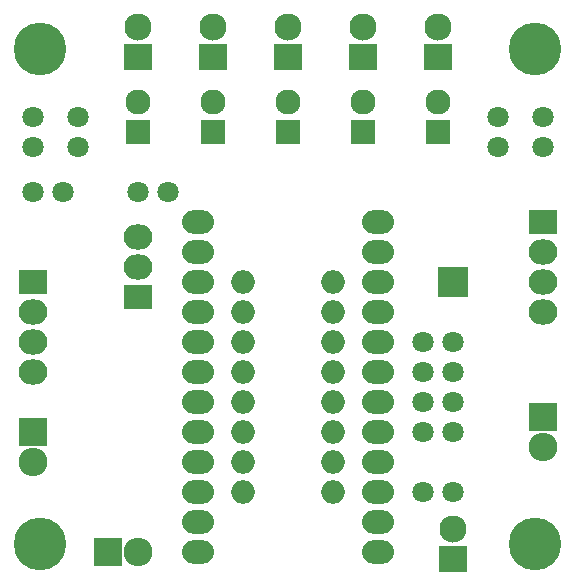
<source format=gts>
G04 #@! TF.FileFunction,Soldermask,Top*
%FSLAX46Y46*%
G04 Gerber Fmt 4.6, Leading zero omitted, Abs format (unit mm)*
G04 Created by KiCad (PCBNEW 4.0.4+dfsg1-stable) date Fri Mar  3 21:41:16 2017*
%MOMM*%
%LPD*%
G01*
G04 APERTURE LIST*
%ADD10C,0.100000*%
%ADD11R,2.432000X2.127200*%
%ADD12O,2.432000X2.127200*%
%ADD13R,2.432000X2.432000*%
%ADD14O,2.432000X2.432000*%
%ADD15O,2.700000X2.000000*%
%ADD16R,2.127200X2.127200*%
%ADD17O,2.127200X2.127200*%
%ADD18R,2.400000X2.300000*%
%ADD19C,2.300000*%
%ADD20C,4.464000*%
%ADD21R,2.635200X2.635200*%
%ADD22O,2.000000X2.000000*%
%ADD23C,1.797000*%
G04 APERTURE END LIST*
D10*
D11*
X45720000Y-83820000D03*
D12*
X45720000Y-86360000D03*
X45720000Y-88900000D03*
X45720000Y-91440000D03*
D11*
X54610000Y-85090000D03*
D12*
X54610000Y-82550000D03*
X54610000Y-80010000D03*
D13*
X45720000Y-96520000D03*
D14*
X45720000Y-99060000D03*
D15*
X59690000Y-78740000D03*
X59690000Y-81280000D03*
X59690000Y-83820000D03*
X59690000Y-86360000D03*
X59690000Y-88900000D03*
X59690000Y-91440000D03*
X59690000Y-93980000D03*
X59690000Y-96520000D03*
X59690000Y-99060000D03*
X59690000Y-101600000D03*
X59690000Y-104140000D03*
X59690000Y-106680000D03*
X74930000Y-106680000D03*
X74930000Y-104140000D03*
X74930000Y-101600000D03*
X74930000Y-99060000D03*
X74930000Y-96520000D03*
X74930000Y-93980000D03*
X74930000Y-91440000D03*
X74930000Y-88900000D03*
X74930000Y-86360000D03*
X74930000Y-83820000D03*
X74930000Y-81280000D03*
X74930000Y-78740000D03*
D16*
X80010000Y-71120000D03*
D17*
X80010000Y-68580000D03*
D16*
X73660000Y-71120000D03*
D17*
X73660000Y-68580000D03*
D16*
X67310000Y-71120000D03*
D17*
X67310000Y-68580000D03*
D16*
X60960000Y-71120000D03*
D17*
X60960000Y-68580000D03*
D16*
X54610000Y-71120000D03*
D17*
X54610000Y-68580000D03*
D18*
X81280000Y-107315000D03*
D19*
X81280000Y-104775000D03*
D20*
X88265000Y-64135000D03*
X46355000Y-106045000D03*
X46355000Y-64135000D03*
X88265000Y-106045000D03*
D21*
X81280000Y-83820000D03*
D11*
X88900000Y-78740000D03*
D12*
X88900000Y-81280000D03*
X88900000Y-83820000D03*
X88900000Y-86360000D03*
D13*
X52070000Y-106680000D03*
D14*
X54610000Y-106680000D03*
D13*
X88900000Y-95250000D03*
D14*
X88900000Y-97790000D03*
D22*
X63500000Y-83820000D03*
X63500000Y-86360000D03*
X63500000Y-88900000D03*
X63500000Y-91440000D03*
X63500000Y-93980000D03*
X63500000Y-96520000D03*
X63500000Y-99060000D03*
X63500000Y-101600000D03*
X71120000Y-101600000D03*
X71120000Y-99060000D03*
X71120000Y-96520000D03*
X71120000Y-93980000D03*
X71120000Y-91440000D03*
X71120000Y-88900000D03*
X71120000Y-86360000D03*
X71120000Y-83820000D03*
D18*
X54610000Y-64770000D03*
D19*
X54610000Y-62230000D03*
D18*
X60960000Y-64770000D03*
D19*
X60960000Y-62230000D03*
D18*
X73660000Y-64770000D03*
D19*
X73660000Y-62230000D03*
D18*
X80010000Y-64770000D03*
D19*
X80010000Y-62230000D03*
D18*
X67310000Y-64770000D03*
D19*
X67310000Y-62230000D03*
D23*
X45720000Y-69850000D03*
X45720000Y-72390000D03*
X49530000Y-69850000D03*
X49530000Y-72390000D03*
X48260000Y-76200000D03*
X45720000Y-76200000D03*
X85090000Y-69850000D03*
X85090000Y-72390000D03*
X88900000Y-69850000D03*
X88900000Y-72390000D03*
X54610000Y-76200000D03*
X57150000Y-76200000D03*
X81280000Y-96520000D03*
X78740000Y-96520000D03*
X81280000Y-93980000D03*
X78740000Y-93980000D03*
X81280000Y-91440000D03*
X78740000Y-91440000D03*
X81280000Y-88900000D03*
X78740000Y-88900000D03*
X81280000Y-101600000D03*
X78740000Y-101600000D03*
M02*

</source>
